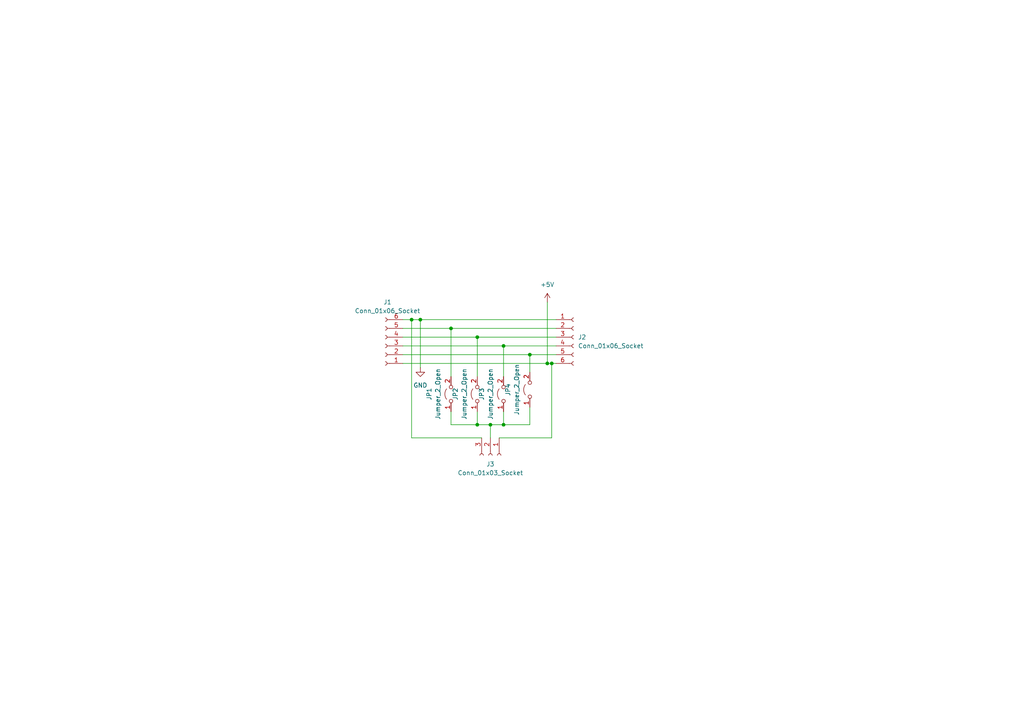
<source format=kicad_sch>
(kicad_sch (version 20231120) (generator "eeschema") (generator_version "8.0")
  (paper "A4")
  (lib_symbols
    (symbol "Connector:Conn_01x03_Socket" (pin_names (offset 1.016) hide)
      (property "Reference" "J" (at 0 5.08 0))
      (property "Value" "Conn_01x03_Socket" (at 0 -5.08 0))
      (symbol "Conn_01x03_Socket_1_1"
        (arc (start 0 -2.032) (mid -0.5058 -2.54) (end 0 -3.048) (stroke (width 0.1524)))
        (polyline (pts (xy -1.27 -2.54) (xy -0.508 -2.54)) (stroke (width 0.1524)))
        (polyline (pts (xy -1.27 0) (xy -0.508 0)) (stroke (width 0.1524)))
        (polyline (pts (xy -1.27 2.54) (xy -0.508 2.54)) (stroke (width 0.1524)))
        (arc (start 0 0.508) (mid -0.5058 0) (end 0 -0.508) (stroke (width 0.1524)))
        (arc (start 0 3.048) (mid -0.5058 2.54) (end 0 2.032) (stroke (width 0.1524)))
        (pin passive line (at -5.08 2.54 0) (length 3.81) (name "Pin_1") (number "1"))
        (pin passive line (at -5.08 0 0) (length 3.81) (name "Pin_2") (number "2"))
        (pin passive line (at -5.08 -2.54 0) (length 3.81) (name "Pin_3") (number "3"))
      )
    )
    (symbol "Connector:Conn_01x06_Socket" (pin_names (offset 1.016) hide)
      (property "Reference" "J" (at 0 7.62 0))
      (property "Value" "Conn_01x06_Socket" (at 0 -10.16 0))
      (symbol "Conn_01x06_Socket_1_1"
        (arc (start 0 -7.112) (mid -0.5058 -7.62) (end 0 -8.128) (stroke (width 0.1524)))
        (arc (start 0 -4.572) (mid -0.5058 -5.08) (end 0 -5.588) (stroke (width 0.1524)))
        (arc (start 0 -2.032) (mid -0.5058 -2.54) (end 0 -3.048) (stroke (width 0.1524)))
        (polyline (pts (xy -1.27 -7.62) (xy -0.508 -7.62)) (stroke (width 0.1524)))
        (polyline (pts (xy -1.27 -5.08) (xy -0.508 -5.08)) (stroke (width 0.1524)))
        (polyline (pts (xy -1.27 -2.54) (xy -0.508 -2.54)) (stroke (width 0.1524)))
        (polyline (pts (xy -1.27 0) (xy -0.508 0)) (stroke (width 0.1524)))
        (polyline (pts (xy -1.27 2.54) (xy -0.508 2.54)) (stroke (width 0.1524)))
        (polyline (pts (xy -1.27 5.08) (xy -0.508 5.08)) (stroke (width 0.1524)))
        (arc (start 0 0.508) (mid -0.5058 0) (end 0 -0.508) (stroke (width 0.1524)))
        (arc (start 0 3.048) (mid -0.5058 2.54) (end 0 2.032) (stroke (width 0.1524)))
        (arc (start 0 5.588) (mid -0.5058 5.08) (end 0 4.572) (stroke (width 0.1524)))
        (pin passive line (at -5.08 5.08 0) (length 3.81) (name "Pin_1") (number "1"))
        (pin passive line (at -5.08 2.54 0) (length 3.81) (name "Pin_2") (number "2"))
        (pin passive line (at -5.08 0 0) (length 3.81) (name "Pin_3") (number "3"))
        (pin passive line (at -5.08 -2.54 0) (length 3.81) (name "Pin_4") (number "4"))
        (pin passive line (at -5.08 -5.08 0) (length 3.81) (name "Pin_5") (number "5"))
        (pin passive line (at -5.08 -7.62 0) (length 3.81) (name "Pin_6") (number "6"))
      )
    )
    (symbol "Jumper:Jumper_2_Open" (pin_names (offset 0) hide)
      (property "Reference" "JP" (at 0 2.794 0))
      (property "Value" "Jumper_2_Open" (at 0 -2.286 0))
      (symbol "Jumper_2_Open_0_0"
        (circle (center -2.032 0) (radius 0.508))
        (circle (center 2.032 0) (radius 0.508))
      )
      (symbol "Jumper_2_Open_0_1"
        (arc (start 1.524 1.27) (mid 0 1.778) (end -1.524 1.27))
      )
      (symbol "Jumper_2_Open_1_1"
        (pin passive line (at -5.08 0 0) (length 2.54) (name "A") (number "1"))
        (pin passive line (at 5.08 0 180) (length 2.54) (name "B") (number "2"))
      )
    )
    (symbol "power:+5V" (power) (pin_numbers hide) (pin_names (offset 0) hide)
      (property "Value" "+5V" (at 0 3.556 0))
      (symbol "+5V_0_1"
        (polyline (pts (xy -0.762 1.27) (xy 0 2.54)))
        (polyline (pts (xy 0 0) (xy 0 2.54)))
        (polyline (pts (xy 0 2.54) (xy 0.762 1.27)))
      )
      (symbol "+5V_1_1"
        (pin power_in line (at 0 0 90) (length 0) (name "~") (number "1"))
      )
    )
    (symbol "power:GND" (power) (pin_numbers hide) (pin_names (offset 0) hide)
      (property "Value" "GND" (at 0 -3.81 0))
      (symbol "GND_0_1"
        (polyline (pts (xy 0 0) (xy 0 -1.27) (xy 1.27 -1.27) (xy 0 -2.54) (xy -1.27 -1.27) (xy 0 -1.27)))
      )
      (symbol "GND_1_1"
        (pin power_in line (at 0 0 270) (length 0) (name "~") (number "1"))
      )
    )
  )
  (junction (at 130.81 95.25))
  (junction (at 160.02 105.41))
  (junction (at 121.92 92.71))
  (junction (at 146.05 100.33))
  (junction (at 138.43 123.19))
  (junction (at 146.05 123.19))
  (junction (at 158.75 105.41))
  (junction (at 153.67 102.87))
  (junction (at 138.43 97.79))
  (junction (at 119.38 92.71))
  (junction (at 142.24 123.19))
  (wire (pts (xy 116.84 100.33) (xy 146.05 100.33)))
  (wire (pts (xy 116.84 97.79) (xy 138.43 97.79)))
  (wire (pts (xy 142.24 123.19) (xy 146.05 123.19)))
  (wire (pts (xy 130.81 95.25) (xy 130.81 109.22)))
  (wire (pts (xy 138.43 97.79) (xy 138.43 109.22)))
  (wire (pts (xy 158.75 105.41) (xy 160.02 105.41)))
  (wire (pts (xy 138.43 123.19) (xy 142.24 123.19)))
  (wire (pts (xy 146.05 100.33) (xy 146.05 109.22)))
  (wire (pts (xy 119.38 92.71) (xy 121.92 92.71)))
  (wire (pts (xy 116.84 105.41) (xy 158.75 105.41)))
  (wire (pts (xy 153.67 102.87) (xy 153.67 107.95)))
  (wire (pts (xy 119.38 127) (xy 119.38 92.71)))
  (wire (pts (xy 116.84 92.71) (xy 119.38 92.71)))
  (wire (pts (xy 146.05 123.19) (xy 153.67 123.19)))
  (wire (pts (xy 153.67 118.11) (xy 153.67 123.19)))
  (wire (pts (xy 139.7 127) (xy 119.38 127)))
  (wire (pts (xy 121.92 92.71) (xy 161.29 92.71)))
  (wire (pts (xy 116.84 95.25) (xy 130.81 95.25)))
  (wire (pts (xy 116.84 102.87) (xy 153.67 102.87)))
  (wire (pts (xy 130.81 119.38) (xy 130.81 123.19)))
  (wire (pts (xy 146.05 100.33) (xy 161.29 100.33)))
  (wire (pts (xy 130.81 95.25) (xy 161.29 95.25)))
  (wire (pts (xy 160.02 105.41) (xy 161.29 105.41)))
  (wire (pts (xy 121.92 92.71) (xy 121.92 106.68)))
  (wire (pts (xy 158.75 87.63) (xy 158.75 105.41)))
  (wire (pts (xy 144.78 127) (xy 160.02 127)))
  (wire (pts (xy 153.67 102.87) (xy 161.29 102.87)))
  (wire (pts (xy 146.05 119.38) (xy 146.05 123.19)))
  (wire (pts (xy 138.43 119.38) (xy 138.43 123.19)))
  (wire (pts (xy 160.02 127) (xy 160.02 105.41)))
  (wire (pts (xy 130.81 123.19) (xy 138.43 123.19)))
  (wire (pts (xy 138.43 97.79) (xy 161.29 97.79)))
  (wire (pts (xy 142.24 123.19) (xy 142.24 127)))
  (symbol (lib_id "Jumper:Jumper_2_Open") (at 146.05 114.3 90) (unit 1)
    (property "Reference" "JP3" (at 139.7 114.3 0))
    (property "Value" "Jumper_2_Open" (at 142.24 114.3 0))
    (property "Footprint" "Jumper:SolderJumper-2_P1.3mm_Open_RoundedPad1.0x1.5mm" (effects (hide yes)))
    (property "Description" "Jumper, 2-pole, open" (effects (hide yes)))
  )
  (symbol (lib_id "Connector:Conn_01x06_Socket") (at 166.37 97.79 0) (unit 1)
    (property "Reference" "J2" (at 167.64 97.7899 0) (effects (justify left)))
    (property "Value" "Conn_01x06_Socket" (at 167.64 100.3299 0) (effects (justify left)))
    (property "Footprint" "Connector_JST:JST_PH_S6B-PH-SM4-TB_1x06-1MP_P2.00mm_Horizontal" (effects (hide yes)))
    (property "Description" "Generic connector, single row, 01x06, script generated" (effects (hide yes)))
  )
  (symbol (lib_id "Connector:Conn_01x06_Socket") (at 111.76 100.33 180) (unit 1)
    (property "Reference" "J1" (at 112.395 87.63 0))
    (property "Value" "Conn_01x06_Socket" (at 112.395 90.17 0))
    (property "Footprint" "Connector_JST:JST_PH_S6B-PH-SM4-TB_1x06-1MP_P2.00mm_Horizontal" (effects (hide yes)))
    (property "Description" "Generic connector, single row, 01x06, script generated" (effects (hide yes)))
  )
  (symbol (lib_id "Connector:Conn_01x03_Socket") (at 142.24 132.08 270) (unit 1)
    (property "Reference" "J3" (at 142.24 134.62 90))
    (property "Value" "Conn_01x03_Socket" (at 142.24 137.16 90))
    (property "Footprint" "Connector_PinHeader_1.00mm:PinHeader_1x03_P1.00mm_Vertical" (effects (hide yes)))
    (property "Description" "Generic connector, single row, 01x03, script generated" (effects (hide yes)))
  )
  (symbol (lib_id "Jumper:Jumper_2_Open") (at 153.67 113.03 90) (unit 1)
    (property "Reference" "JP4" (at 147.32 113.03 0))
    (property "Value" "Jumper_2_Open" (at 149.86 113.03 0))
    (property "Footprint" "Jumper:SolderJumper-2_P1.3mm_Open_RoundedPad1.0x1.5mm" (effects (hide yes)))
    (property "Description" "Jumper, 2-pole, open" (effects (hide yes)))
  )
  (symbol (lib_id "power:GND") (at 121.92 106.68 0) (unit 1)
    (property "Reference" "#PWR02" (effects (hide yes)))
    (property "Value" "GND" (at 121.92 111.76 0))
    (property "Description" "Power symbol creates a global label with name \"GND\" , ground" (effects (hide yes)))
  )
  (symbol (lib_id "Jumper:Jumper_2_Open") (at 138.43 114.3 90) (unit 1)
    (property "Reference" "JP2" (at 132.08 114.3 0))
    (property "Value" "Jumper_2_Open" (at 134.62 114.3 0))
    (property "Footprint" "Jumper:SolderJumper-2_P1.3mm_Open_RoundedPad1.0x1.5mm" (effects (hide yes)))
    (property "Description" "Jumper, 2-pole, open" (effects (hide yes)))
  )
  (symbol (lib_id "Jumper:Jumper_2_Open") (at 130.81 114.3 90) (unit 1)
    (property "Reference" "JP1" (at 124.46 114.3 0))
    (property "Value" "Jumper_2_Open" (at 127 114.3 0))
    (property "Footprint" "Jumper:SolderJumper-2_P1.3mm_Open_RoundedPad1.0x1.5mm" (effects (hide yes)))
    (property "Description" "Jumper, 2-pole, open" (effects (hide yes)))
  )
  (symbol (lib_id "power:+5V") (at 158.75 87.63 0) (unit 1)
    (property "Reference" "#PWR01" (effects (hide yes)))
    (property "Value" "+5V" (at 158.75 82.55 0))
    (property "Description" "Power symbol creates a global label with name \"+5V\"" (effects (hide yes)))
  )
)
</source>
